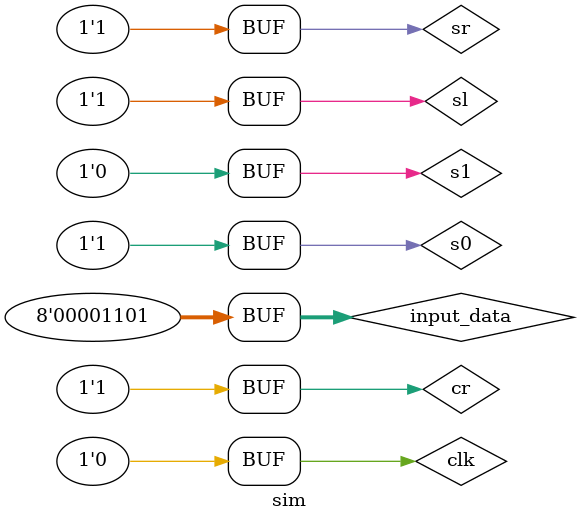
<source format=v>
`timescale 1ns / 1ps


module sim();
    reg s0, s1, sl, sr, cr, clk;
    reg [0:7] input_data;
    wire [0:7] out;
    shift_reg d1( clk, cr, s0, s1, sl, sr, input_data, out );
    initial begin
        clk = 0; cr = 1; s0 = 0; s1 = 0; sl = 0; sr = 0; input_data = 0; #10;
        clk = 1; #10;
        clk = 0; cr = 0; s0 = 1; s1 = 1; sl = 0; sr = 0; input_data = 13; #10;
        clk = 1; #10;
        clk = 0; cr = 0; s0 = 0; s1 = 1; sl = 0; sr = 0; input_data = 13; #10;
        clk = 1; #10;
        clk = 0; cr = 0; s0 = 0; s1 = 1; sl = 1; sr = 0; input_data = 13; #10;
        clk = 1; #10;
        clk = 0; cr = 0; s0 = 1; s1 = 0; sl = 0; sr = 0; input_data = 13; #10;
        clk = 1; #10;
        clk = 0; cr = 0; s0 = 1; s1 = 0; sl = 1; sr = 1; input_data = 13; #10;
        clk = 1; #10;
        clk = 0; cr = 1; #10; 
    end
endmodule

</source>
